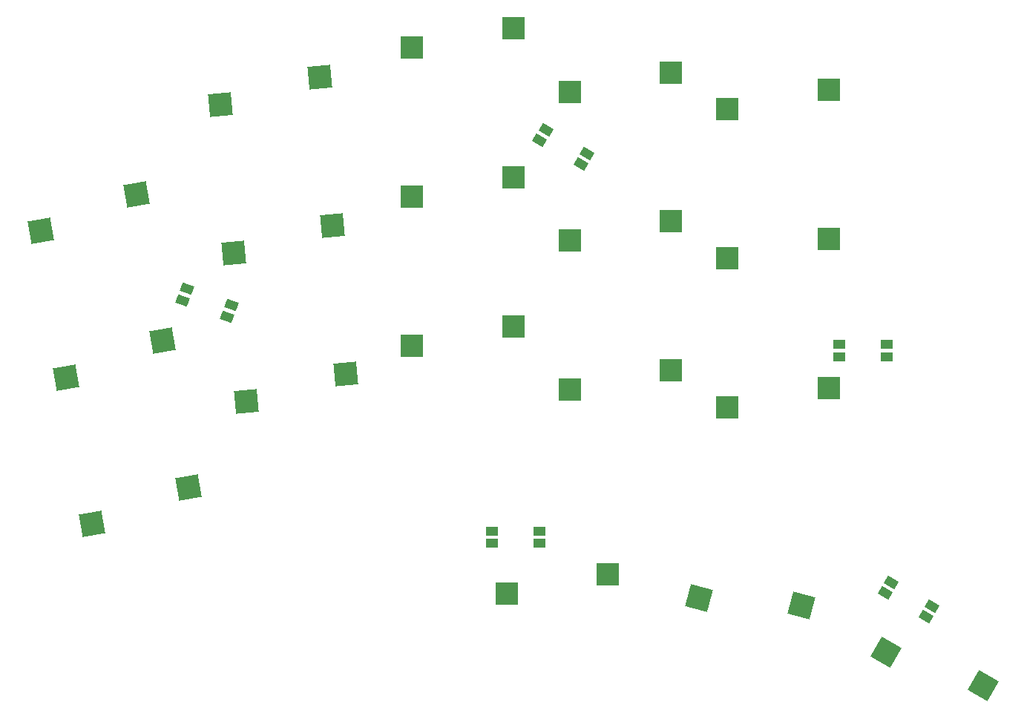
<source format=gbr>
%TF.GenerationSoftware,KiCad,Pcbnew,9.0.3*%
%TF.CreationDate,2025-07-20T18:48:35+02:00*%
%TF.ProjectId,kdb-v1,6b64622d-7631-42e6-9b69-6361645f7063,v1.0.0*%
%TF.SameCoordinates,Original*%
%TF.FileFunction,Paste,Top*%
%TF.FilePolarity,Positive*%
%FSLAX46Y46*%
G04 Gerber Fmt 4.6, Leading zero omitted, Abs format (unit mm)*
G04 Created by KiCad (PCBNEW 9.0.3) date 2025-07-20 18:48:35*
%MOMM*%
%LPD*%
G01*
G04 APERTURE LIST*
G04 Aperture macros list*
%AMRotRect*
0 Rectangle, with rotation*
0 The origin of the aperture is its center*
0 $1 length*
0 $2 width*
0 $3 Rotation angle, in degrees counterclockwise*
0 Add horizontal line*
21,1,$1,$2,0,0,$3*%
G04 Aperture macros list end*
%ADD10R,2.600000X2.600000*%
%ADD11RotRect,2.600000X2.600000X5.000000*%
%ADD12RotRect,2.600000X2.600000X330.000000*%
%ADD13RotRect,2.600000X2.600000X345.000000*%
%ADD14RotRect,2.600000X2.600000X10.000000*%
%ADD15R,1.400000X1.000000*%
%ADD16RotRect,1.400000X1.000000X330.000000*%
%ADD17RotRect,1.400000X1.000000X340.000000*%
G04 APERTURE END LIST*
D10*
%TO.C,S10*%
X157222865Y-80192410D03*
X145672865Y-82392410D03*
%TD*%
D11*
%TO.C,S6*%
X117149454Y-46699734D03*
X105835148Y-49898012D03*
%TD*%
D10*
%TO.C,S14*%
X175222865Y-65192410D03*
X163672865Y-67392410D03*
%TD*%
D12*
%TO.C,S18*%
X192873096Y-116182614D03*
X181770503Y-112312870D03*
%TD*%
D10*
%TO.C,S12*%
X157222865Y-46192410D03*
X145672865Y-48392410D03*
%TD*%
%TO.C,S8*%
X139222865Y-58192410D03*
X127672865Y-60392410D03*
%TD*%
%TO.C,S11*%
X157222865Y-63192410D03*
X145672865Y-65392410D03*
%TD*%
%TO.C,S15*%
X175222865Y-48192410D03*
X163672865Y-50392410D03*
%TD*%
D13*
%TO.C,S17*%
X172151245Y-107042784D03*
X160425400Y-106178461D03*
%TD*%
D14*
%TO.C,S3*%
X96288001Y-60088232D03*
X85295497Y-64260446D03*
%TD*%
D10*
%TO.C,S9*%
X139222865Y-41192410D03*
X127672865Y-43392410D03*
%TD*%
D11*
%TO.C,S5*%
X118631102Y-63635044D03*
X107316796Y-66833322D03*
%TD*%
D10*
%TO.C,S7*%
X139222865Y-75192410D03*
X127672865Y-77392410D03*
%TD*%
D14*
%TO.C,S1*%
X102192039Y-93571696D03*
X91199535Y-97743910D03*
%TD*%
D11*
%TO.C,S4*%
X120112750Y-80570354D03*
X108798444Y-83768632D03*
%TD*%
D10*
%TO.C,S16*%
X150022865Y-103492410D03*
X138472865Y-105692410D03*
%TD*%
D14*
%TO.C,S2*%
X99240020Y-76829964D03*
X88247516Y-81002178D03*
%TD*%
D10*
%TO.C,S13*%
X175222865Y-82192410D03*
X163672865Y-84392410D03*
%TD*%
D15*
%TO.C,LED5*%
X142247865Y-99942410D03*
X142247865Y-98542410D03*
X136847865Y-98542410D03*
X136847865Y-99942410D03*
%TD*%
D16*
%TO.C,LED4*%
X186355903Y-108320724D03*
X187055903Y-107108288D03*
X182379365Y-104408288D03*
X181679365Y-105620724D03*
%TD*%
D15*
%TO.C,LED3*%
X181847865Y-78642410D03*
X181847865Y-77242410D03*
X176447865Y-77242410D03*
X176447865Y-78642410D03*
%TD*%
D16*
%TO.C,LED2*%
X146936134Y-56648628D03*
X147636134Y-55436192D03*
X142959596Y-52736192D03*
X142259596Y-53948628D03*
%TD*%
D17*
%TO.C,LED1*%
X106585396Y-74068721D03*
X107064224Y-72753152D03*
X101989884Y-70906243D03*
X101511056Y-72221812D03*
%TD*%
M02*

</source>
